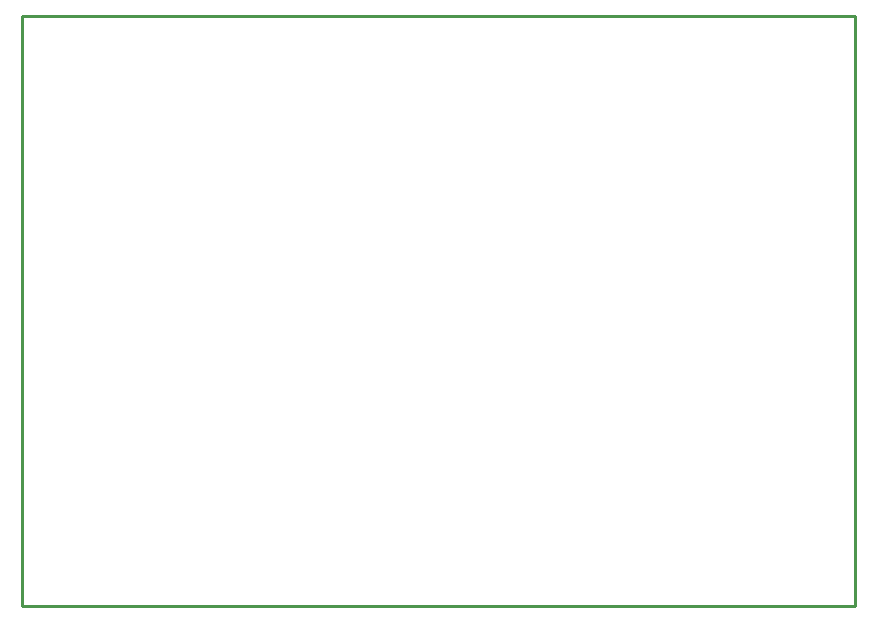
<source format=gko>
%FSDAX24Y24*%
%MOIN*%
%SFA1B1*%

%IPPOS*%
%ADD20C,0.010000*%
%LNpcb2-1*%
%LPD*%
G54D20*
X000000Y000000D02*
Y019650D01*
X027750*
Y000000D02*
Y019650D01*
X000000Y000000D02*
X027750D01*
M02*
</source>
